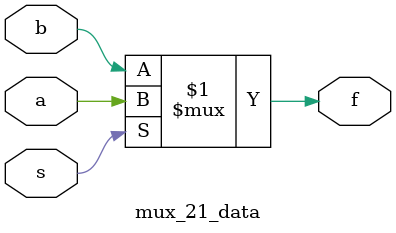
<source format=v>
module mux_21_data(f,a,b,s);
	output f;
	input a,s,b;
	assign f= s?a:b;
endmodule
</source>
